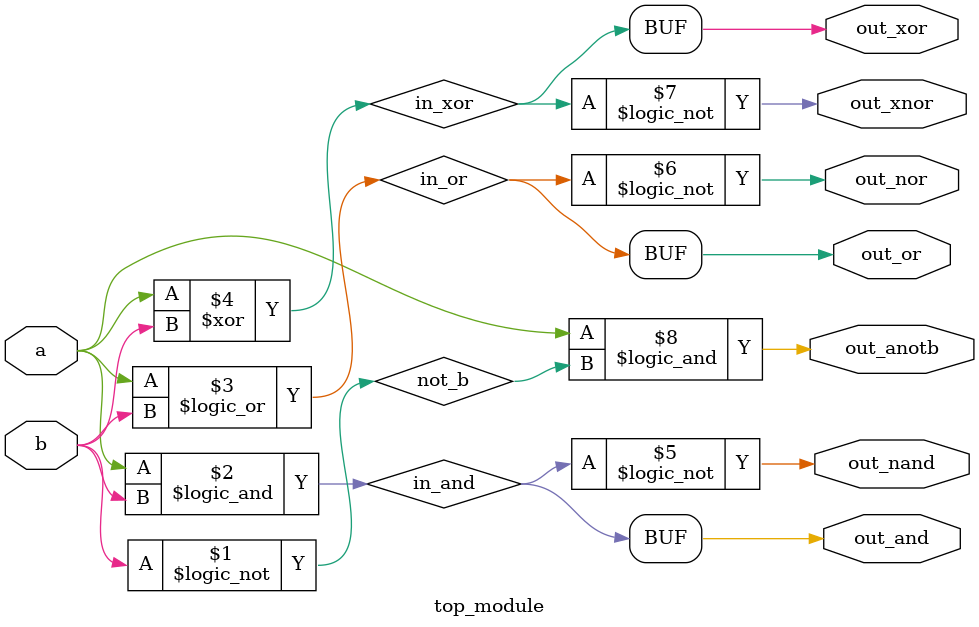
<source format=v>
module top_module( 
    input a, b,
    output out_and,
    output out_or,
    output out_xor,
    output out_nand,
    output out_nor,
    output out_xnor,
    output out_anotb
);

    wire in_and, in_or, in_xor, not_b;
    
    assign not_b = !b;
    assign in_and = a && b;
    assign in_or = a || b;
    assign in_xor = a ^ b;
    
    assign out_and = in_and;
    assign out_or = in_or;
    assign out_xor = in_xor;
    
    assign out_nand = ! in_and;
    assign out_nor = ! in_or;
    assign out_xnor = ! in_xor;
    
    assign out_anotb = a && not_b;
endmodule

</source>
